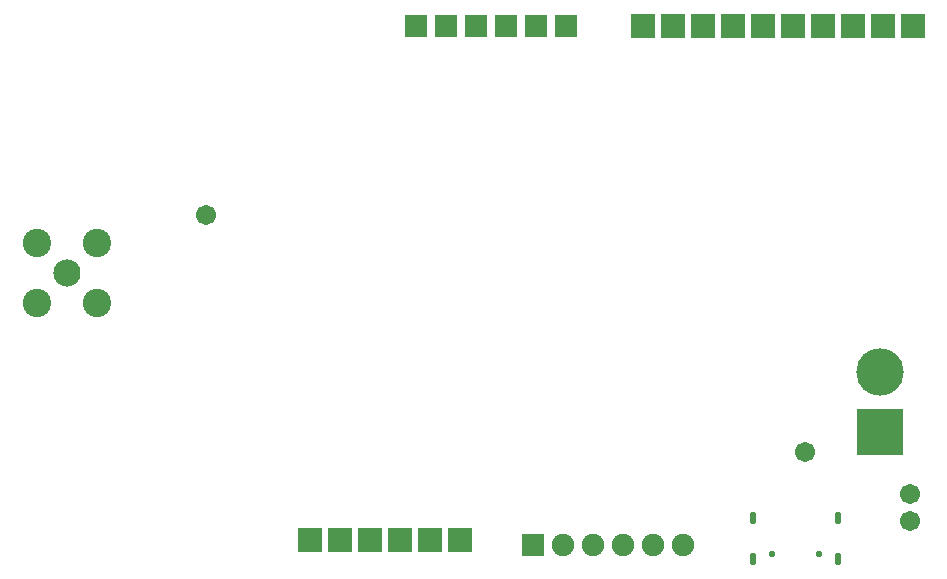
<source format=gbs>
G04*
G04 #@! TF.GenerationSoftware,Altium Limited,Altium Designer,22.11.1 (43)*
G04*
G04 Layer_Color=16711935*
%FSLAX44Y44*%
%MOMM*%
G71*
G04*
G04 #@! TF.SameCoordinates,C070AB6A-2F18-4790-B33B-C4DBF4FCC7D7*
G04*
G04*
G04 #@! TF.FilePolarity,Negative*
G04*
G01*
G75*
%ADD55C,1.7032*%
%ADD71C,2.3032*%
%ADD72C,2.4032*%
%ADD73R,1.8500X1.8500*%
%ADD74R,2.0032X2.0032*%
%ADD75C,1.9032*%
%ADD76R,1.9032X1.9032*%
%ADD77R,4.0132X4.0132*%
%ADD78C,4.0132*%
%ADD79C,0.5500*%
G04:AMPARAMS|DCode=80|XSize=1.05mm|YSize=0.45mm|CornerRadius=0.15mm|HoleSize=0mm|Usage=FLASHONLY|Rotation=270.000|XOffset=0mm|YOffset=0mm|HoleType=Round|Shape=RoundedRectangle|*
%AMROUNDEDRECTD80*
21,1,1.0500,0.1500,0,0,270.0*
21,1,0.7500,0.4500,0,0,270.0*
1,1,0.3000,-0.0750,-0.3750*
1,1,0.3000,-0.0750,0.3750*
1,1,0.3000,0.0750,0.3750*
1,1,0.3000,0.0750,-0.3750*
%
%ADD80ROUNDEDRECTD80*%
D55*
X1010920Y364490D02*
D03*
X504190Y565150D02*
D03*
X1099820Y328930D02*
D03*
Y306070D02*
D03*
D71*
X386080Y515620D02*
D03*
D72*
X360580Y490120D02*
D03*
Y541120D02*
D03*
X411580Y490120D02*
D03*
Y541120D02*
D03*
D73*
X808990Y725170D02*
D03*
X783590D02*
D03*
X758190D02*
D03*
X732790D02*
D03*
X707390D02*
D03*
X681990D02*
D03*
D74*
X718820Y289560D02*
D03*
X693420D02*
D03*
X668020D02*
D03*
X642620D02*
D03*
X617220D02*
D03*
X591820D02*
D03*
X1102360Y725170D02*
D03*
X1076960D02*
D03*
X1051560D02*
D03*
X1026160D02*
D03*
X1000760D02*
D03*
X975360D02*
D03*
X949960D02*
D03*
X924560D02*
D03*
X899160D02*
D03*
X873760D02*
D03*
D75*
X882650Y285750D02*
D03*
X857250D02*
D03*
X831850D02*
D03*
X806450D02*
D03*
X908050D02*
D03*
D76*
X781050D02*
D03*
D77*
X1074420Y381000D02*
D03*
D78*
Y431800D02*
D03*
D79*
X983000Y277830D02*
D03*
X1023000D02*
D03*
D80*
X967250Y308080D02*
D03*
Y273580D02*
D03*
X1038750D02*
D03*
Y308080D02*
D03*
M02*

</source>
